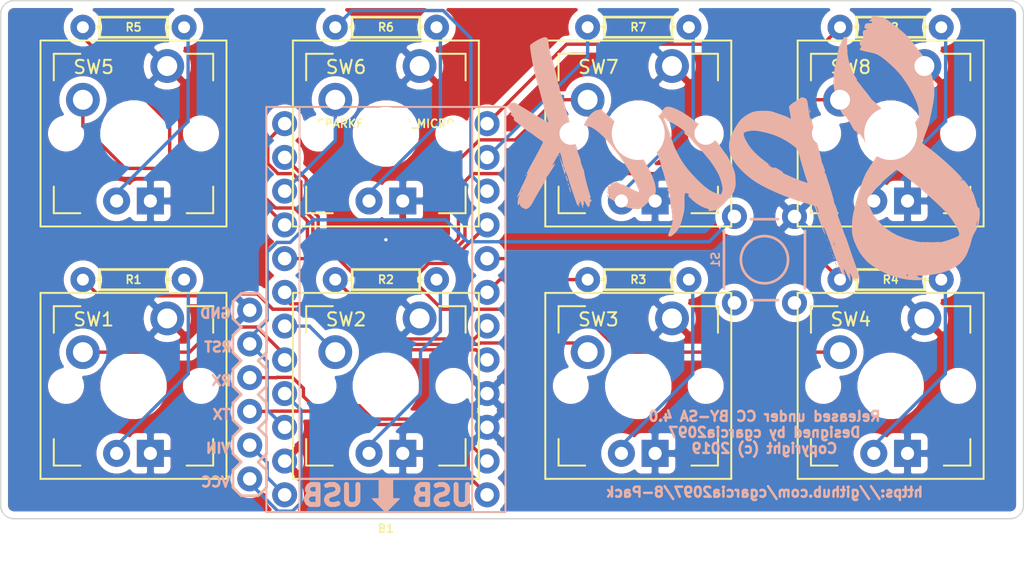
<source format=kicad_pcb>
(kicad_pcb (version 20171130) (host pcbnew 5.1.1-8be2ce7~80~ubuntu18.04.1)
  (layers (0 F.Cu signal) (31 B.Cu signal) (34 B.Paste user) (35 F.Paste user) (36 B.SilkS user) (37 F.SilkS user) (38 B.Mask user) (39 F.Mask user) (44 Edge.Cuts user))
  (net 0 "")
  (net 1 TX)
  (net 2 RX)
  (net 3 GND)
  (net 4 LED1)
  (net 5 LED2)
  (net 6 LED3)
  (net 7 LED4)
  (net 8 LED5)
  (net 9 LED6)
  (net 10 LED7)
  (net 11 LED8)
  (net 12 KEY8)
  (net 13 KEY7)
  (net 14 KEY6)
  (net 15 KEY5)
  (net 16 KEY4)
  (net 17 KEY3)
  (net 18 KEY2)
  (net 19 KEY1)
  (net 20 VCC)
  (net 21 RESET)
  (net 22 VIN)
  (net 23 "Net-(R1-PadP$2)")
  (net 24 "Net-(R2-PadP$2)")
  (net 25 "Net-(R3-PadP$2)")
  (net 26 "Net-(R4-PadP$2)")
  (net 27 "Net-(R5-PadP$2)")
  (net 28 "Net-(R6-PadP$2)")
  (net 29 "Net-(R7-PadP$2)")
  (net 30 "Net-(R8-PadP$2)")
  (module LOGO:logo_name (layer B.Cu) (at 173 77 180)
    (fp_text reference G*** hide)
    (fp_text value LOGO hide)
  )
  (module libkeyswitch-1_0_0:MX_LED (layer F.Cu) (at 128 76)
    (fp_text reference SW5 (at -3 -5) (layer F.SilkS))
    (fp_text value MOMENTARY-SWITCH-SPST-LED-PTH-CHERRY)
    (pad "" np_thru_hole circle (at 5.08 0) (size 1.7018 1.7018) (drill 1.7018) (layers *.Cu *.Mask))
    (pad "" np_thru_hole circle (at -5.08 0) (size 1.7018 1.7018) (drill 1.7018) (layers *.Cu *.Mask))
    (pad "" np_thru_hole circle (at 0 0) (size 3.9878 3.9878) (drill 3.9878) (layers *.Cu *.Mask))
    (pad S1 thru_hole circle (at -3.81 -2.54) (size 2.54 2.54) (drill 1.4986) (layers *.Cu *.Mask) (net 15 KEY5))
    (pad S2 thru_hole circle (at 2.54 -5.08) (size 2.54 2.54) (drill 1.4986) (layers *.Cu *.Mask) (net 3 GND))
    (pad K thru_hole rect (at 1.27 5.08) (size 2.032 2.032) (drill 0.9906) (layers *.Cu *.Mask) (net 3 GND))
    (pad A thru_hole circle (at -1.27 5.08) (size 2.032 2.032) (drill 0.9906) (layers *.Cu *.Mask) (net 27 "Net-(R5-PadP$2)"))
  )
  (module libkeyswitch-1_0_0:MX_LED (layer F.Cu) (at 147 76)
    (fp_text reference SW6 (at -3 -5) (layer F.SilkS))
    (fp_text value MOMENTARY-SWITCH-SPST-LED-PTH-CHERRY)
    (pad A thru_hole circle (at -1.27 5.08) (size 2.032 2.032) (drill 0.9906) (layers *.Cu *.Mask) (net 28 "Net-(R6-PadP$2)"))
    (pad K thru_hole rect (at 1.27 5.08) (size 2.032 2.032) (drill 0.9906) (layers *.Cu *.Mask) (net 3 GND))
    (pad S2 thru_hole circle (at 2.54 -5.08) (size 2.54 2.54) (drill 1.4986) (layers *.Cu *.Mask) (net 3 GND))
    (pad S1 thru_hole circle (at -3.81 -2.54) (size 2.54 2.54) (drill 1.4986) (layers *.Cu *.Mask) (net 14 KEY6))
    (pad "" np_thru_hole circle (at 0 0) (size 3.9878 3.9878) (drill 3.9878) (layers *.Cu *.Mask))
    (pad "" np_thru_hole circle (at -5.08 0) (size 1.7018 1.7018) (drill 1.7018) (layers *.Cu *.Mask))
    (pad "" np_thru_hole circle (at 5.08 0) (size 1.7018 1.7018) (drill 1.7018) (layers *.Cu *.Mask))
  )
  (module libkeyswitch-1_0_0:MX_LED (layer F.Cu) (at 166 76)
    (fp_text reference SW7 (at -3 -5) (layer F.SilkS))
    (fp_text value MOMENTARY-SWITCH-SPST-LED-PTH-CHERRY)
    (pad A thru_hole circle (at -1.27 5.08) (size 2.032 2.032) (drill 0.9906) (layers *.Cu *.Mask) (net 29 "Net-(R7-PadP$2)"))
    (pad K thru_hole rect (at 1.27 5.08) (size 2.032 2.032) (drill 0.9906) (layers *.Cu *.Mask) (net 3 GND))
    (pad S2 thru_hole circle (at 2.54 -5.08) (size 2.54 2.54) (drill 1.4986) (layers *.Cu *.Mask) (net 3 GND))
    (pad S1 thru_hole circle (at -3.81 -2.54) (size 2.54 2.54) (drill 1.4986) (layers *.Cu *.Mask) (net 13 KEY7))
    (pad "" np_thru_hole circle (at 0 0) (size 3.9878 3.9878) (drill 3.9878) (layers *.Cu *.Mask))
    (pad "" np_thru_hole circle (at -5.08 0) (size 1.7018 1.7018) (drill 1.7018) (layers *.Cu *.Mask))
    (pad "" np_thru_hole circle (at 5.08 0) (size 1.7018 1.7018) (drill 1.7018) (layers *.Cu *.Mask))
  )
  (module libkeyswitch-1_0_0:MX_LED (layer F.Cu) (at 185 76)
    (fp_text reference SW8 (at -3 -5) (layer F.SilkS))
    (fp_text value MOMENTARY-SWITCH-SPST-LED-PTH-CHERRY)
    (pad "" np_thru_hole circle (at 5.08 0) (size 1.7018 1.7018) (drill 1.7018) (layers *.Cu *.Mask))
    (pad "" np_thru_hole circle (at -5.08 0) (size 1.7018 1.7018) (drill 1.7018) (layers *.Cu *.Mask))
    (pad "" np_thru_hole circle (at 0 0) (size 3.9878 3.9878) (drill 3.9878) (layers *.Cu *.Mask))
    (pad S1 thru_hole circle (at -3.81 -2.54) (size 2.54 2.54) (drill 1.4986) (layers *.Cu *.Mask) (net 12 KEY8))
    (pad S2 thru_hole circle (at 2.54 -5.08) (size 2.54 2.54) (drill 1.4986) (layers *.Cu *.Mask) (net 3 GND))
    (pad K thru_hole rect (at 1.27 5.08) (size 2.032 2.032) (drill 0.9906) (layers *.Cu *.Mask) (net 3 GND))
    (pad A thru_hole circle (at -1.27 5.08) (size 2.032 2.032) (drill 0.9906) (layers *.Cu *.Mask) (net 30 "Net-(R8-PadP$2)"))
  )
  (module libkeyswitch-1_0_0:MX_LED (layer F.Cu) (at 128 95)
    (fp_text reference SW1 (at -3 -5) (layer F.SilkS))
    (fp_text value MOMENTARY-SWITCH-SPST-LED-PTH-CHERRY)
    (pad "" np_thru_hole circle (at 5.08 0) (size 1.7018 1.7018) (drill 1.7018) (layers *.Cu *.Mask))
    (pad "" np_thru_hole circle (at -5.08 0) (size 1.7018 1.7018) (drill 1.7018) (layers *.Cu *.Mask))
    (pad "" np_thru_hole circle (at 0 0) (size 3.9878 3.9878) (drill 3.9878) (layers *.Cu *.Mask))
    (pad S1 thru_hole circle (at -3.81 -2.54) (size 2.54 2.54) (drill 1.4986) (layers *.Cu *.Mask) (net 19 KEY1))
    (pad S2 thru_hole circle (at 2.54 -5.08) (size 2.54 2.54) (drill 1.4986) (layers *.Cu *.Mask) (net 3 GND))
    (pad K thru_hole rect (at 1.27 5.08) (size 2.032 2.032) (drill 0.9906) (layers *.Cu *.Mask) (net 3 GND))
    (pad A thru_hole circle (at -1.27 5.08) (size 2.032 2.032) (drill 0.9906) (layers *.Cu *.Mask) (net 23 "Net-(R1-PadP$2)"))
  )
  (module libkeyswitch-1_0_0:MX_LED (layer F.Cu) (at 166 95)
    (fp_text reference SW3 (at -3 -5) (layer F.SilkS))
    (fp_text value MOMENTARY-SWITCH-SPST-LED-PTH-CHERRY)
    (pad A thru_hole circle (at -1.27 5.08) (size 2.032 2.032) (drill 0.9906) (layers *.Cu *.Mask) (net 25 "Net-(R3-PadP$2)"))
    (pad K thru_hole rect (at 1.27 5.08) (size 2.032 2.032) (drill 0.9906) (layers *.Cu *.Mask) (net 3 GND))
    (pad S2 thru_hole circle (at 2.54 -5.08) (size 2.54 2.54) (drill 1.4986) (layers *.Cu *.Mask) (net 3 GND))
    (pad S1 thru_hole circle (at -3.81 -2.54) (size 2.54 2.54) (drill 1.4986) (layers *.Cu *.Mask) (net 17 KEY3))
    (pad "" np_thru_hole circle (at 0 0) (size 3.9878 3.9878) (drill 3.9878) (layers *.Cu *.Mask))
    (pad "" np_thru_hole circle (at -5.08 0) (size 1.7018 1.7018) (drill 1.7018) (layers *.Cu *.Mask))
    (pad "" np_thru_hole circle (at 5.08 0) (size 1.7018 1.7018) (drill 1.7018) (layers *.Cu *.Mask))
  )
  (module libkeyswitch-1_0_0:MX_LED (layer F.Cu) (at 185 95)
    (fp_text reference SW4 (at -3 -5) (layer F.SilkS))
    (fp_text value MOMENTARY-SWITCH-SPST-LED-PTH-CHERRY)
    (pad A thru_hole circle (at -1.27 5.08) (size 2.032 2.032) (drill 0.9906) (layers *.Cu *.Mask) (net 26 "Net-(R4-PadP$2)"))
    (pad K thru_hole rect (at 1.27 5.08) (size 2.032 2.032) (drill 0.9906) (layers *.Cu *.Mask) (net 3 GND))
    (pad S2 thru_hole circle (at 2.54 -5.08) (size 2.54 2.54) (drill 1.4986) (layers *.Cu *.Mask) (net 3 GND))
    (pad S1 thru_hole circle (at -3.81 -2.54) (size 2.54 2.54) (drill 1.4986) (layers *.Cu *.Mask) (net 16 KEY4))
    (pad "" np_thru_hole circle (at 0 0) (size 3.9878 3.9878) (drill 3.9878) (layers *.Cu *.Mask))
    (pad "" np_thru_hole circle (at -5.08 0) (size 1.7018 1.7018) (drill 1.7018) (layers *.Cu *.Mask))
    (pad "" np_thru_hole circle (at 5.08 0) (size 1.7018 1.7018) (drill 1.7018) (layers *.Cu *.Mask))
  )
  (module Boards:SPARKFUN_PRO_MICRO (layer F.Cu) (at 147 90.5 180)
    (fp_text reference B1 (at 0 -15.24) (layer F.SilkS) (effects (font (size 0.6096 0.6096) (thickness 0.127))))
    (fp_text value SPARKFUN_PRO_MICRO (at 0 15.24) (layer F.SilkS) (effects (font (size 0.6096 0.6096) (thickness 0.127))))
    (pad 1 thru_hole circle (at -7.62 -12.7 180) (size 1.8796 1.8796) (drill 1.016) (layers *.Cu *.Mask) (net 1 TX))
    (pad 2 thru_hole circle (at -7.62 -10.16 180) (size 1.8796 1.8796) (drill 1.016) (layers *.Cu *.Mask) (net 2 RX))
    (pad 3 thru_hole circle (at -7.62 -7.62 180) (size 1.8796 1.8796) (drill 1.016) (layers *.Cu *.Mask) (net 3 GND))
    (pad 4 thru_hole circle (at -7.62 -5.08 180) (size 1.8796 1.8796) (drill 1.016) (layers *.Cu *.Mask) (net 3 GND))
    (pad 5 thru_hole circle (at -7.62 -2.54 180) (size 1.8796 1.8796) (drill 1.016) (layers *.Cu *.Mask) (net 4 LED1))
    (pad 6 thru_hole circle (at -7.62 0 180) (size 1.8796 1.8796) (drill 1.016) (layers *.Cu *.Mask) (net 5 LED2))
    (pad 7 thru_hole circle (at -7.62 2.54 180) (size 1.8796 1.8796) (drill 1.016) (layers *.Cu *.Mask) (net 6 LED3))
    (pad 8 thru_hole circle (at -7.62 5.08 180) (size 1.8796 1.8796) (drill 1.016) (layers *.Cu *.Mask) (net 7 LED4))
    (pad 9 thru_hole circle (at -7.62 7.62 180) (size 1.8796 1.8796) (drill 1.016) (layers *.Cu *.Mask) (net 8 LED5))
    (pad 10 thru_hole circle (at -7.62 10.16 180) (size 1.8796 1.8796) (drill 1.016) (layers *.Cu *.Mask) (net 9 LED6))
    (pad 11 thru_hole circle (at -7.62 12.7 180) (size 1.8796 1.8796) (drill 1.016) (layers *.Cu *.Mask) (net 10 LED7))
    (pad 12 thru_hole circle (at -7.62 15.24 180) (size 1.8796 1.8796) (drill 1.016) (layers *.Cu *.Mask) (net 11 LED8))
    (pad 13 thru_hole circle (at 7.62 15.24 180) (size 1.8796 1.8796) (drill 1.016) (layers *.Cu *.Mask) (net 12 KEY8))
    (pad 14 thru_hole circle (at 7.62 12.7 180) (size 1.8796 1.8796) (drill 1.016) (layers *.Cu *.Mask) (net 13 KEY7))
    (pad 15 thru_hole circle (at 7.62 10.16 180) (size 1.8796 1.8796) (drill 1.016) (layers *.Cu *.Mask) (net 14 KEY6))
    (pad 16 thru_hole circle (at 7.62 7.62 180) (size 1.8796 1.8796) (drill 1.016) (layers *.Cu *.Mask) (net 15 KEY5))
    (pad 17 thru_hole circle (at 7.62 5.08 180) (size 1.8796 1.8796) (drill 1.016) (layers *.Cu *.Mask) (net 16 KEY4))
    (pad 18 thru_hole circle (at 7.62 2.54 180) (size 1.8796 1.8796) (drill 1.016) (layers *.Cu *.Mask) (net 17 KEY3))
    (pad 19 thru_hole circle (at 7.62 0 180) (size 1.8796 1.8796) (drill 1.016) (layers *.Cu *.Mask) (net 18 KEY2))
    (pad 20 thru_hole circle (at 7.62 -2.54 180) (size 1.8796 1.8796) (drill 1.016) (layers *.Cu *.Mask) (net 19 KEY1))
    (pad 21 thru_hole circle (at 7.62 -5.08 180) (size 1.8796 1.8796) (drill 1.016) (layers *.Cu *.Mask) (net 20 VCC))
    (pad 22 thru_hole circle (at 7.62 -7.62 180) (size 1.8796 1.8796) (drill 1.016) (layers *.Cu *.Mask) (net 21 RESET))
    (pad 23 thru_hole circle (at 7.62 -10.16 180) (size 1.8796 1.8796) (drill 1.016) (layers *.Cu *.Mask) (net 3 GND))
    (pad 24 thru_hole circle (at 7.62 -12.7 180) (size 1.8796 1.8796) (drill 1.016) (layers *.Cu *.Mask) (net 22 VIN))
  )
  (module Connectors:1X06 (layer B.Cu) (at 136.75 102 90)
    (fp_text reference J1 hide)
    (fp_text value CONN_06NO_SILK_FEMALE_PTH hide)
    (pad 1 thru_hole circle (at 0 0 90) (size 1.8796 1.8796) (drill 1.016) (layers *.Cu *.Mask) (net 20 VCC))
    (pad 2 thru_hole circle (at 2.54 0 90) (size 1.8796 1.8796) (drill 1.016) (layers *.Cu *.Mask) (net 22 VIN))
    (pad 3 thru_hole circle (at 5.08 0 90) (size 1.8796 1.8796) (drill 1.016) (layers *.Cu *.Mask) (net 1 TX))
    (pad 4 thru_hole circle (at 7.62 0 90) (size 1.8796 1.8796) (drill 1.016) (layers *.Cu *.Mask) (net 2 RX))
    (pad 5 thru_hole circle (at 10.16 0 90) (size 1.8796 1.8796) (drill 1.016) (layers *.Cu *.Mask) (net 21 RESET))
    (pad 6 thru_hole circle (at 12.7 0 90) (size 1.8796 1.8796) (drill 1.016) (layers *.Cu *.Mask) (net 3 GND))
  )
  (module Resistors:AXIAL-0.3 (layer F.Cu) (at 128 87)
    (fp_text reference R1 (at 0 0) (layer F.SilkS) (effects (font (size 0.6096 0.6096) (thickness 0.127))))
    (fp_text value RESISTORAXIAL-0.3 hide)
    (pad P$1 thru_hole circle (at -3.81 0) (size 1.8796 1.8796) (drill 0.89916) (layers *.Cu *.Mask) (net 4 LED1))
    (pad P$2 thru_hole circle (at 3.81 0) (size 1.8796 1.8796) (drill 0.89916) (layers *.Cu *.Mask) (net 23 "Net-(R1-PadP$2)"))
  )
  (module Resistors:AXIAL-0.3 (layer F.Cu) (at 147 87)
    (fp_text reference R2 (at 0 0) (layer F.SilkS) (effects (font (size 0.6096 0.6096) (thickness 0.127))))
    (fp_text value RESISTORAXIAL-0.3 hide)
    (pad P$1 thru_hole circle (at -3.81 0) (size 1.8796 1.8796) (drill 0.89916) (layers *.Cu *.Mask) (net 5 LED2))
    (pad P$2 thru_hole circle (at 3.81 0) (size 1.8796 1.8796) (drill 0.89916) (layers *.Cu *.Mask) (net 24 "Net-(R2-PadP$2)"))
  )
  (module Resistors:AXIAL-0.3 (layer F.Cu) (at 166 87)
    (fp_text reference R3 (at 0 0) (layer F.SilkS) (effects (font (size 0.6096 0.6096) (thickness 0.127))))
    (fp_text value RESISTORAXIAL-0.3 hide)
    (pad P$2 thru_hole circle (at 3.81 0) (size 1.8796 1.8796) (drill 0.89916) (layers *.Cu *.Mask) (net 25 "Net-(R3-PadP$2)"))
    (pad P$1 thru_hole circle (at -3.81 0) (size 1.8796 1.8796) (drill 0.89916) (layers *.Cu *.Mask) (net 6 LED3))
  )
  (module Resistors:AXIAL-0.3 (layer F.Cu) (at 185 87)
    (fp_text reference R4 (at 0 0) (layer F.SilkS) (effects (font (size 0.6096 0.6096) (thickness 0.127))))
    (fp_text value RESISTORAXIAL-0.3 hide)
    (pad P$1 thru_hole circle (at -3.81 0) (size 1.8796 1.8796) (drill 0.89916) (layers *.Cu *.Mask) (net 7 LED4))
    (pad P$2 thru_hole circle (at 3.81 0) (size 1.8796 1.8796) (drill 0.89916) (layers *.Cu *.Mask) (net 26 "Net-(R4-PadP$2)"))
  )
  (module Resistors:AXIAL-0.3 (layer F.Cu) (at 128 68)
    (fp_text reference R5 (at 0 0) (layer F.SilkS) (effects (font (size 0.6096 0.6096) (thickness 0.127))))
    (fp_text value RESISTORAXIAL-0.3 hide)
    (pad P$1 thru_hole circle (at -3.81 0) (size 1.8796 1.8796) (drill 0.89916) (layers *.Cu *.Mask) (net 8 LED5))
    (pad P$2 thru_hole circle (at 3.81 0) (size 1.8796 1.8796) (drill 0.89916) (layers *.Cu *.Mask) (net 27 "Net-(R5-PadP$2)"))
  )
  (module Resistors:AXIAL-0.3 (layer F.Cu) (at 147 68)
    (fp_text reference R6 (at 0 0) (layer F.SilkS) (effects (font (size 0.6096 0.6096) (thickness 0.127))))
    (fp_text value RESISTORAXIAL-0.3 hide)
    (pad P$2 thru_hole circle (at 3.81 0) (size 1.8796 1.8796) (drill 0.89916) (layers *.Cu *.Mask) (net 28 "Net-(R6-PadP$2)"))
    (pad P$1 thru_hole circle (at -3.81 0) (size 1.8796 1.8796) (drill 0.89916) (layers *.Cu *.Mask) (net 9 LED6))
  )
  (module Resistors:AXIAL-0.3 (layer F.Cu) (at 166 68)
    (fp_text reference R7 (at 0 0) (layer F.SilkS) (effects (font (size 0.6096 0.6096) (thickness 0.127))))
    (fp_text value RESISTORAXIAL-0.3 hide)
    (pad P$2 thru_hole circle (at 3.81 0) (size 1.8796 1.8796) (drill 0.89916) (layers *.Cu *.Mask) (net 29 "Net-(R7-PadP$2)"))
    (pad P$1 thru_hole circle (at -3.81 0) (size 1.8796 1.8796) (drill 0.89916) (layers *.Cu *.Mask) (net 10 LED7))
  )
  (module Resistors:AXIAL-0.3 (layer F.Cu) (at 185 68)
    (fp_text reference R8 (at 0 0) (layer F.SilkS) (effects (font (size 0.6096 0.6096) (thickness 0.127))))
    (fp_text value RESISTORAXIAL-0.3 hide)
    (pad P$2 thru_hole circle (at 3.81 0) (size 1.8796 1.8796) (drill 0.89916) (layers *.Cu *.Mask) (net 30 "Net-(R8-PadP$2)"))
    (pad P$1 thru_hole circle (at -3.81 0) (size 1.8796 1.8796) (drill 0.89916) (layers *.Cu *.Mask) (net 11 LED8))
  )
  (module Switches:TACTILE_SWITCH_PTH_6.0MM (layer B.Cu) (at 175.5 85.5 270)
    (fp_text reference S1 (at 0 3.683 270) (layer B.SilkS) (effects (font (size 0.6096 0.6096) (thickness 0.127)) (justify mirror)))
    (fp_text value MOMENTARY-SWITCH-SPST-PTH-6.0MM hide)
    (pad 1 thru_hole circle (at -3.2512 2.2606 270) (size 1.8796 1.8796) (drill 1.016) (layers *.Cu *.Mask) (net 21 RESET))
    (pad 2 thru_hole circle (at 3.2512 2.2606 270) (size 1.8796 1.8796) (drill 1.016) (layers *.Cu *.Mask))
    (pad 3 thru_hole circle (at -3.2512 -2.2606 270) (size 1.8796 1.8796) (drill 1.016) (layers *.Cu *.Mask) (net 3 GND))
    (pad 4 thru_hole circle (at 3.2512 -2.2606 270) (size 1.8796 1.8796) (drill 1.016) (layers *.Cu *.Mask))
  )
  (module libkeyswitch-1_0_0:MX_LED (layer F.Cu) (at 147 95)
    (fp_text reference SW2 (at -3 -5) (layer F.SilkS))
    (fp_text value MOMENTARY-SWITCH-SPST-LED-PTH-CHERRY)
    (pad "" np_thru_hole circle (at 5.08 0) (size 1.7018 1.7018) (drill 1.7018) (layers *.Cu *.Mask))
    (pad "" np_thru_hole circle (at -5.08 0) (size 1.7018 1.7018) (drill 1.7018) (layers *.Cu *.Mask))
    (pad "" np_thru_hole circle (at 0 0) (size 3.9878 3.9878) (drill 3.9878) (layers *.Cu *.Mask))
    (pad S1 thru_hole circle (at -3.81 -2.54) (size 2.54 2.54) (drill 1.4986) (layers *.Cu *.Mask) (net 18 KEY2))
    (pad S2 thru_hole circle (at 2.54 -5.08) (size 2.54 2.54) (drill 1.4986) (layers *.Cu *.Mask) (net 3 GND))
    (pad K thru_hole rect (at 1.27 5.08) (size 2.032 2.032) (drill 0.9906) (layers *.Cu *.Mask) (net 3 GND))
    (pad A thru_hole circle (at -1.27 5.08) (size 2.032 2.032) (drill 0.9906) (layers *.Cu *.Mask) (net 24 "Net-(R2-PadP$2)"))
  )
  (gr_text https://github.com/cgarcia2097/8-Pack (at 175.5 103) (layer B.SilkS) (effects (font (size 0.75 0.75) (thickness 0.1875)) (justify mirror)))
  (gr_text "Released under CC BY-SA 4.0\nDesigned by cgarcia2097\nCopyright (c) 2019" (at 175.5 98.5) (layer B.SilkS) (effects (font (size 0.75 0.75) (thickness 0.1875)) (justify mirror)))
  (gr_poly (pts (xy 146.5 102) (xy 146.5 103.5) (xy 146 103.5) (xy 147 104.5) (xy 148 103.5) (xy 147.5 103.5) (xy 147.5 102)) (layer B.SilkS) (width 0.1))
  (gr_text USB (at 151.25 103.25) (layer B.SilkS) (effects (font (size 1.5 1.5) (thickness 0.375)) (justify mirror)))
  (gr_text USB (at 143 103.25) (layer B.SilkS) (effects (font (size 1.5 1.5) (thickness 0.375)) (justify mirror)))
  (gr_line (start 140.5 102) (end 153.5 102) (layer B.SilkS) (width 0.15))
  (gr_line (start 153.5 74) (end 153.5 104.5) (layer B.SilkS) (width 0.15))
  (gr_line (start 140.5 104.5) (end 140.5 74) (layer B.SilkS) (width 0.15))
  (gr_line (start 138 104.5) (end 156 104.5) (layer B.SilkS) (width 0.15))
  (gr_line (start 138 74) (end 138 104.5) (layer B.SilkS) (width 0.15))
  (gr_line (start 156 74) (end 138 74) (layer B.SilkS) (width 0.15))
  (gr_line (start 156 104.5) (end 156 74) (layer B.SilkS) (width 0.15))
  (gr_text GND (at 134.1755 89.535) (layer B.SilkS) (effects (font (size 0.75 0.75) (thickness 0.1875)) (justify mirror)))
  (gr_text RST (at 134.366 92.075) (layer B.SilkS) (effects (font (size 0.75 0.75) (thickness 0.1875)) (justify mirror)))
  (gr_text RX (at 134.62 94.615) (layer B.SilkS) (effects (font (size 0.75 0.75) (thickness 0.1875)) (justify mirror)))
  (gr_text "TX\n" (at 134.62 97.155) (layer B.SilkS) (effects (font (size 0.75 0.75) (thickness 0.1875)) (justify mirror)))
  (gr_text "VIN\n" (at 134.366 99.695) (layer B.SilkS) (effects (font (size 0.75 0.75) (thickness 0.1875)) (justify mirror)))
  (gr_text VCC (at 134.1755 102.235) (layer B.SilkS) (effects (font (size 0.75 0.75) (thickness 0.1875)) (justify mirror)))
  (gr_arc (start 194 104) (end 194 105) (angle -90) (layer Edge.Cuts) (width 0.1))
  (gr_arc (start 119 104) (end 118 104) (angle -90) (layer Edge.Cuts) (width 0.1))
  (gr_arc (start 119 67) (end 119 66) (angle -90) (layer Edge.Cuts) (width 0.1))
  (gr_arc (start 194 67) (end 195 67) (angle -90) (layer Edge.Cuts) (width 0.1))
  (gr_line (start 118 104) (end 118 67) (layer Edge.Cuts) (width 0.1))
  (gr_line (start 194 105) (end 119 105) (layer Edge.Cuts) (width 0.1))
  (gr_line (start 195 67) (end 195 104) (layer Edge.Cuts) (width 0.1))
  (gr_line (start 119 66) (end 194 66) (layer Edge.Cuts) (width 0.1))
  (segment (start 138.381598 96.92) (end 138.400799 96.900799) (width 0.254) (layer F.Cu) (net 1))
  (segment (start 138.400799 96.900799) (end 144.826049 96.900799) (width 0.254) (layer F.Cu) (net 1))
  (segment (start 144.826049 96.900799) (end 145.83166 97.90641) (width 0.254) (layer F.Cu) (net 1))
  (segment (start 136.75 96.92) (end 138.381598 96.92) (width 0.254) (layer F.Cu) (net 1))
  (segment (start 145.83166 97.90641) (end 151.29166 97.90641) (width 0.254) (layer F.Cu) (net 1))
  (segment (start 151.29166 97.90641) (end 153.192625 99.807375) (width 0.254) (layer F.Cu) (net 1))
  (segment (start 153.192625 101.772625) (end 153.71 102.29) (width 0.254) (layer F.Cu) (net 1))
  (segment (start 153.192625 99.807375) (end 153.192625 101.772625) (width 0.254) (layer F.Cu) (net 1))
  (segment (start 153.71 102.29) (end 154.62 103.2) (width 0.254) (layer F.Cu) (net 1))
  (segment (start 151.46 97.5) (end 154.62 100.66) (width 0.254) (layer F.Cu) (net 2))
  (segment (start 146 97.5) (end 151.46 97.5) (width 0.254) (layer F.Cu) (net 2))
  (segment (start 144.994389 96.494389) (end 146 97.5) (width 0.254) (layer F.Cu) (net 2))
  (segment (start 138.775582 94.38) (end 138.794783 94.360799) (width 0.254) (layer F.Cu) (net 2))
  (segment (start 141.494389 96.494389) (end 144.994389 96.494389) (width 0.254) (layer F.Cu) (net 2))
  (segment (start 138.794783 94.360799) (end 139.965217 94.360799) (width 0.254) (layer F.Cu) (net 2))
  (segment (start 139.965217 94.360799) (end 140.789699 95.185281) (width 0.254) (layer F.Cu) (net 2))
  (segment (start 136.75 94.38) (end 138.775582 94.38) (width 0.254) (layer F.Cu) (net 2))
  (segment (start 140.789699 95.185281) (end 140.789699 95.789699) (width 0.254) (layer F.Cu) (net 2))
  (segment (start 140.789699 95.789699) (end 141.494389 96.494389) (width 0.254) (layer F.Cu) (net 2))
  (via (at 147 84) (size 0.508) (drill 0.254) (layers F.Cu B.Cu) (net 3))
  (segment (start 153.78222 92.28222) (end 154.54 93.04) (width 0.254) (layer F.Cu) (net 4))
  (segment (start 144.2704 89.2299) (end 147.32272 92.28222) (width 0.254) (layer F.Cu) (net 4))
  (segment (start 125.409201 88.219201) (end 135.780799 88.219201) (width 0.254) (layer F.Cu) (net 4))
  (segment (start 147.32272 92.28222) (end 153.78222 92.28222) (width 0.254) (layer F.Cu) (net 4))
  (segment (start 124.19 87) (end 125.409201 88.219201) (width 0.254) (layer F.Cu) (net 4))
  (segment (start 135.9236 88.0764) (end 137.333 88.0764) (width 0.254) (layer F.Cu) (net 4))
  (segment (start 154.54 93.04) (end 154.62 93.04) (width 0.254) (layer F.Cu) (net 4))
  (segment (start 137.333 88.0764) (end 138.4865 89.2299) (width 0.254) (layer F.Cu) (net 4))
  (segment (start 135.780799 88.219201) (end 135.9236 88.0764) (width 0.254) (layer F.Cu) (net 4))
  (segment (start 138.4865 89.2299) (end 144.2704 89.2299) (width 0.254) (layer F.Cu) (net 4))
  (segment (start 144.129799 87.939799) (end 143.19 87) (width 0.254) (layer F.Cu) (net 5))
  (segment (start 147.659401 91.469401) (end 144.129799 87.939799) (width 0.254) (layer F.Cu) (net 5))
  (segment (start 153.650599 91.469401) (end 147.659401 91.469401) (width 0.254) (layer F.Cu) (net 5))
  (segment (start 154.62 90.5) (end 153.650599 91.469401) (width 0.254) (layer F.Cu) (net 5))
  (segment (start 162.19 87) (end 155.58 87) (width 0.254) (layer F.Cu) (net 6))
  (segment (start 155.58 87) (end 154.62 87.96) (width 0.254) (layer F.Cu) (net 6))
  (segment (start 181.19 87) (end 179.61 85.42) (width 0.254) (layer F.Cu) (net 7))
  (segment (start 179.61 85.42) (end 154.62 85.42) (width 0.254) (layer F.Cu) (net 7))
  (segment (start 151.719201 85.780799) (end 154.62 82.88) (width 0.254) (layer F.Cu) (net 8))
  (segment (start 131.76639 78.76639) (end 135.84114 78.76639) (width 0.254) (layer F.Cu) (net 8))
  (segment (start 130.72415 75.27585) (end 130.72415 77.72415) (width 0.254) (layer F.Cu) (net 8))
  (segment (start 124.19 68.7417) (end 130.72415 75.27585) (width 0.254) (layer F.Cu) (net 8))
  (segment (start 135.84114 78.76639) (end 136.0371 78.96235) (width 0.254) (layer F.Cu) (net 8))
  (segment (start 145.291749 86.722583) (end 149.277417 86.722583) (width 0.254) (layer F.Cu) (net 8))
  (segment (start 124.19 68) (end 124.19 68.7417) (width 0.254) (layer F.Cu) (net 8))
  (segment (start 141.093591 82.593591) (end 141.093591 84.168341) (width 0.254) (layer F.Cu) (net 8))
  (segment (start 136.0371 78.96235) (end 136.03765 78.96235) (width 0.254) (layer F.Cu) (net 8))
  (segment (start 143.569168 85) (end 145.291749 86.722583) (width 0.254) (layer F.Cu) (net 8))
  (segment (start 136.03765 78.96235) (end 138.6853 81.61) (width 0.254) (layer F.Cu) (net 8))
  (segment (start 138.6853 81.61) (end 140.11 81.61) (width 0.254) (layer F.Cu) (net 8))
  (segment (start 140.11 81.61) (end 141.093591 82.593591) (width 0.254) (layer F.Cu) (net 8))
  (segment (start 141.093591 84.168341) (end 141.92525 85) (width 0.254) (layer F.Cu) (net 8))
  (segment (start 130.72415 77.72415) (end 131.76639 78.76639) (width 0.254) (layer F.Cu) (net 8))
  (segment (start 141.92525 85) (end 143.569168 85) (width 0.254) (layer F.Cu) (net 8))
  (segment (start 150.219201 85.780799) (end 151.719201 85.780799) (width 0.254) (layer F.Cu) (net 8))
  (segment (start 149.277417 86.722583) (end 150.219201 85.780799) (width 0.254) (layer F.Cu) (net 8))
  (segment (start 154.62 80.34) (end 153.4004 79.1204) (width 0.254) (layer B.Cu) (net 9))
  (segment (start 153.4004 79.1204) (end 153.4004 68.8232) (width 0.254) (layer B.Cu) (net 9))
  (segment (start 153.4004 68.8232) (end 151.3203 66.7431) (width 0.254) (layer B.Cu) (net 9))
  (segment (start 151.3203 66.7431) (end 144.4469 66.7431) (width 0.254) (layer B.Cu) (net 9))
  (segment (start 144.4469 66.7431) (end 143.19 68) (width 0.254) (layer B.Cu) (net 9))
  (segment (start 162.19 68) (end 162.19 70.23) (width 0.254) (layer B.Cu) (net 10))
  (segment (start 162.19 70.23) (end 154.62 77.8) (width 0.254) (layer B.Cu) (net 10))
  (segment (start 181.19 68) (end 179.9131 69.2769) (width 0.254) (layer F.Cu) (net 11))
  (segment (start 179.9131 69.2769) (end 160.6031 69.2769) (width 0.254) (layer F.Cu) (net 11))
  (segment (start 160.6031 69.2769) (end 154.62 75.26) (width 0.254) (layer F.Cu) (net 11))
  (segment (start 171.6948 79.0197) (end 177.2545 73.46) (width 0.254) (layer F.Cu) (net 12))
  (segment (start 177.2545 73.46) (end 181.19 73.46) (width 0.254) (layer F.Cu) (net 12))
  (segment (start 152.951659 79.587741) (end 153.5197 79.0197) (width 0.254) (layer F.Cu) (net 12))
  (segment (start 139.9803 79.0197) (end 140.599201 79.638601) (width 0.254) (layer F.Cu) (net 12))
  (segment (start 153.5197 79.0197) (end 171.6948 79.0197) (width 0.254) (layer F.Cu) (net 12))
  (segment (start 138.1104 76.5296) (end 138.1104 78.2575) (width 0.254) (layer F.Cu) (net 12))
  (segment (start 141.5 82.42525) (end 141.5 84) (width 0.254) (layer F.Cu) (net 12))
  (segment (start 140.599201 79.638601) (end 140.599201 81.524451) (width 0.254) (layer F.Cu) (net 12))
  (segment (start 138.1104 78.2575) (end 138.8726 79.0197) (width 0.254) (layer F.Cu) (net 12))
  (segment (start 138.8726 79.0197) (end 139.9803 79.0197) (width 0.254) (layer F.Cu) (net 12))
  (segment (start 139.38 75.26) (end 138.1104 76.5296) (width 0.254) (layer F.Cu) (net 12))
  (segment (start 140.599201 81.524451) (end 141.5 82.42525) (width 0.254) (layer F.Cu) (net 12))
  (segment (start 151.550861 85.374389) (end 152.951659 83.973591) (width 0.254) (layer F.Cu) (net 12))
  (segment (start 141.5 84) (end 142.09359 84.59359) (width 0.254) (layer F.Cu) (net 12))
  (segment (start 143.737508 84.59359) (end 145.460089 86.316173) (width 0.254) (layer F.Cu) (net 12))
  (segment (start 142.09359 84.59359) (end 143.737508 84.59359) (width 0.254) (layer F.Cu) (net 12))
  (segment (start 145.460089 86.316173) (end 149.109077 86.316173) (width 0.254) (layer F.Cu) (net 12))
  (segment (start 149.109077 86.316173) (end 150.050861 85.374389) (width 0.254) (layer F.Cu) (net 12))
  (segment (start 150.050861 85.374389) (end 151.550861 85.374389) (width 0.254) (layer F.Cu) (net 12))
  (segment (start 152.951659 83.973591) (end 152.951659 79.587741) (width 0.254) (layer F.Cu) (net 12))
  (segment (start 159.779 73.46) (end 162.19 73.46) (width 0.254) (layer F.Cu) (net 13))
  (segment (start 141.906409 82.256909) (end 141.90641 83.83166) (width 0.254) (layer F.Cu) (net 13))
  (segment (start 141.005611 79.425611) (end 141.005611 81.356111) (width 0.254) (layer F.Cu) (net 13))
  (segment (start 142.227346 84.152596) (end 143.871264 84.152596) (width 0.254) (layer F.Cu) (net 13))
  (segment (start 139.38 77.8) (end 141.005611 79.425611) (width 0.254) (layer F.Cu) (net 13))
  (segment (start 141.005611 81.356111) (end 141.906409 82.256909) (width 0.254) (layer F.Cu) (net 13))
  (segment (start 141.90641 83.83166) (end 142.227346 84.152596) (width 0.254) (layer F.Cu) (net 13))
  (segment (start 151.382521 84.967979) (end 152.462625 83.887875) (width 0.254) (layer F.Cu) (net 13))
  (segment (start 143.871264 84.152596) (end 145.628429 85.909763) (width 0.254) (layer F.Cu) (net 13))
  (segment (start 153.26555 77.26555) (end 154.0515 76.4796) (width 0.254) (layer F.Cu) (net 13))
  (segment (start 145.628429 85.909763) (end 148.940737 85.909763) (width 0.254) (layer F.Cu) (net 13))
  (segment (start 148.940737 85.909763) (end 149.882521 84.967979) (width 0.254) (layer F.Cu) (net 13))
  (segment (start 149.882521 84.967979) (end 151.382521 84.967979) (width 0.254) (layer F.Cu) (net 13))
  (segment (start 154.0515 76.4796) (end 156.7594 76.4796) (width 0.254) (layer F.Cu) (net 13))
  (segment (start 152.462625 83.887875) (end 152.462625 78.037375) (width 0.254) (layer F.Cu) (net 13))
  (segment (start 156.7594 76.4796) (end 159.779 73.46) (width 0.254) (layer F.Cu) (net 13))
  (segment (start 152.462625 78.037375) (end 153.23445 77.26555) (width 0.254) (layer F.Cu) (net 13))
  (segment (start 153.23445 77.26555) (end 153.26555 77.26555) (width 0.254) (layer F.Cu) (net 13))
  (segment (start 143.19 73.46) (end 143.19 76.53) (width 0.254) (layer B.Cu) (net 14))
  (segment (start 143.19 76.53) (end 139.38 80.34) (width 0.254) (layer B.Cu) (net 14))
  (segment (start 135.6728 79.1728) (end 139.38 82.88) (width 0.254) (layer F.Cu) (net 15))
  (segment (start 131.59805 79.1728) (end 135.6728 79.1728) (width 0.254) (layer F.Cu) (net 15))
  (segment (start 127.37455 78.62545) (end 131.0507 78.62545) (width 0.254) (layer F.Cu) (net 15))
  (segment (start 131.0507 78.62545) (end 131.59805 79.1728) (width 0.254) (layer F.Cu) (net 15))
  (segment (start 124.19 75.4409) (end 127.37455 78.62545) (width 0.254) (layer F.Cu) (net 15))
  (segment (start 124.19 73.46) (end 124.19 75.4409) (width 0.254) (layer F.Cu) (net 15))
  (segment (start 164.6771 92.46) (end 181.19 92.46) (width 0.254) (layer F.Cu) (net 16))
  (segment (start 139.38 85.42) (end 143.414418 85.42) (width 0.254) (layer F.Cu) (net 16))
  (segment (start 143.414418 85.42) (end 145.123409 87.128993) (width 0.254) (layer F.Cu) (net 16))
  (segment (start 149.128993 87.128993) (end 151.23 89.23) (width 0.254) (layer F.Cu) (net 16))
  (segment (start 151.23 89.23) (end 161.4471 89.23) (width 0.254) (layer F.Cu) (net 16))
  (segment (start 145.123409 87.128993) (end 149.128993 87.128993) (width 0.254) (layer F.Cu) (net 16))
  (segment (start 161.4471 89.23) (end 164.6771 92.46) (width 0.254) (layer F.Cu) (net 16))
  (segment (start 154.085482 91.7701) (end 161.5001 91.7701) (width 0.254) (layer F.Cu) (net 17))
  (segment (start 139.82349 88.82349) (end 144.43874 88.82349) (width 0.254) (layer F.Cu) (net 17))
  (segment (start 161.5001 91.7701) (end 162.19 92.46) (width 0.254) (layer F.Cu) (net 17))
  (segment (start 153.979771 91.875811) (end 154.085482 91.7701) (width 0.254) (layer F.Cu) (net 17))
  (segment (start 139.38 87.96) (end 139.38 88.38) (width 0.254) (layer F.Cu) (net 17))
  (segment (start 139.38 88.38) (end 139.82349 88.82349) (width 0.254) (layer F.Cu) (net 17))
  (segment (start 144.43874 88.82349) (end 147.491061 91.875811) (width 0.254) (layer F.Cu) (net 17))
  (segment (start 147.491061 91.875811) (end 153.979771 91.875811) (width 0.254) (layer F.Cu) (net 17))
  (segment (start 143.19 92.46) (end 141.23 90.5) (width 0.254) (layer B.Cu) (net 18))
  (segment (start 141.23 90.5) (end 139.38 90.5) (width 0.254) (layer B.Cu) (net 18))
  (segment (start 124.19 92.46) (end 132.2248 92.46) (width 0.254) (layer F.Cu) (net 19))
  (segment (start 132.2248 92.46) (end 134.1148 90.57) (width 0.254) (layer F.Cu) (net 19))
  (segment (start 134.1148 90.57) (end 137.2867 90.57) (width 0.254) (layer F.Cu) (net 19))
  (segment (start 137.2867 90.57) (end 139.38 92.6633) (width 0.254) (layer F.Cu) (net 19))
  (segment (start 139.38 92.6633) (end 139.38 93.04) (width 0.254) (layer F.Cu) (net 19))
  (segment (start 136.75 102) (end 136.75 102.3122) (width 0.254) (layer B.Cu) (net 20))
  (segment (start 140.6097 96.8097) (end 139.38 95.58) (width 0.254) (layer B.Cu) (net 20))
  (segment (start 140.6097 103.7946) (end 140.6097 96.8097) (width 0.254) (layer B.Cu) (net 20))
  (segment (start 139.9745 104.4298) (end 140.6097 103.7946) (width 0.254) (layer B.Cu) (net 20))
  (segment (start 138.8676 104.4298) (end 139.9745 104.4298) (width 0.254) (layer B.Cu) (net 20))
  (segment (start 136.75 102.3122) (end 138.8676 104.4298) (width 0.254) (layer B.Cu) (net 20))
  (segment (start 136.75 91.3757) (end 136.75 91.84) (width 0.254) (layer B.Cu) (net 21))
  (segment (start 173.2394 82.2488) (end 171.3382 84.15) (width 0.254) (layer B.Cu) (net 21))
  (segment (start 153.15 84.15) (end 151.5 82.5) (width 0.254) (layer B.Cu) (net 21))
  (segment (start 151.5 82.5) (end 141.5 82.5) (width 0.254) (layer B.Cu) (net 21))
  (segment (start 138.794783 84.200799) (end 138.06285 84.932732) (width 0.254) (layer B.Cu) (net 21))
  (segment (start 141.5 82.5) (end 139.799201 84.200799) (width 0.254) (layer B.Cu) (net 21))
  (segment (start 139.799201 84.200799) (end 138.794783 84.200799) (width 0.254) (layer B.Cu) (net 21))
  (segment (start 138.06285 90.06285) (end 136.75 91.3757) (width 0.254) (layer B.Cu) (net 21))
  (segment (start 138.06285 84.932732) (end 138.06285 90.06285) (width 0.254) (layer B.Cu) (net 21))
  (segment (start 171.3382 84.15) (end 153.15 84.15) (width 0.254) (layer B.Cu) (net 21))
  (segment (start 138.0596 96.7996) (end 139.38 98.12) (width 0.254) (layer B.Cu) (net 21))
  (segment (start 136.75 91.84) (end 138.0596 93.1496) (width 0.254) (layer B.Cu) (net 21))
  (segment (start 138.0596 93.1496) (end 138.0596 96.7996) (width 0.254) (layer B.Cu) (net 21))
  (segment (start 136.75 99.46) (end 138.0596 100.7696) (width 0.254) (layer B.Cu) (net 22))
  (segment (start 138.0596 100.7696) (end 138.0596 101.8796) (width 0.254) (layer B.Cu) (net 22))
  (segment (start 138.0596 101.8796) (end 139.38 103.2) (width 0.254) (layer B.Cu) (net 22))
  (segment (start 136.75 99.46) (end 136.04 99.46) (width 0.254) (layer B.Cu) (net 22))
  (segment (start 131.81 87) (end 132.1294 87.3194) (width 0.254) (layer B.Cu) (net 23))
  (segment (start 132.1294 87.3194) (end 132.1294 94.0861) (width 0.254) (layer B.Cu) (net 23))
  (segment (start 132.1294 94.0861) (end 126.73 99.4855) (width 0.254) (layer B.Cu) (net 23))
  (segment (start 126.73 99.4855) (end 126.73 100.08) (width 0.254) (layer B.Cu) (net 23))
  (segment (start 151.1031 90.8969) (end 151.1031 87.2931) (width 0.254) (layer B.Cu) (net 24))
  (segment (start 149.60775 95.60775) (end 149.60775 92.39225) (width 0.254) (layer B.Cu) (net 24))
  (segment (start 151.1031 87.2931) (end 150.81 87) (width 0.254) (layer B.Cu) (net 24))
  (segment (start 149.60775 92.39225) (end 151.1031 90.8969) (width 0.254) (layer B.Cu) (net 24))
  (segment (start 145.73 99.4855) (end 149.60775 95.60775) (width 0.254) (layer B.Cu) (net 24))
  (segment (start 145.73 100.08) (end 145.73 99.4855) (width 0.254) (layer B.Cu) (net 24))
  (segment (start 169.81 87) (end 170.0998 87.2898) (width 0.254) (layer B.Cu) (net 25))
  (segment (start 170.0998 87.2898) (end 170.0998 94.1157) (width 0.254) (layer B.Cu) (net 25))
  (segment (start 170.0998 94.1157) (end 164.73 99.4855) (width 0.254) (layer B.Cu) (net 25))
  (segment (start 164.73 99.4855) (end 164.73 100.08) (width 0.254) (layer B.Cu) (net 25))
  (segment (start 188.81 87) (end 189.1209 87.3109) (width 0.254) (layer B.Cu) (net 26))
  (segment (start 189.1209 87.3109) (end 189.1209 94.0946) (width 0.254) (layer B.Cu) (net 26))
  (segment (start 189.1209 94.0946) (end 183.73 99.4855) (width 0.254) (layer B.Cu) (net 26))
  (segment (start 183.73 99.4855) (end 183.73 100.08) (width 0.254) (layer B.Cu) (net 26))
  (segment (start 131.81 68) (end 132.1124 68.3024) (width 0.254) (layer B.Cu) (net 27))
  (segment (start 132.1124 68.3024) (end 132.1124 75.1031) (width 0.254) (layer B.Cu) (net 27))
  (segment (start 132.1124 75.1031) (end 126.73 80.4855) (width 0.254) (layer B.Cu) (net 27))
  (segment (start 126.73 80.4855) (end 126.73 81.08) (width 0.254) (layer B.Cu) (net 27))
  (segment (start 150.81 68) (end 151.1039 68.2939) (width 0.254) (layer B.Cu) (net 28))
  (segment (start 151.1039 68.2939) (end 151.1039 75.1116) (width 0.254) (layer B.Cu) (net 28))
  (segment (start 151.1039 75.1116) (end 145.73 80.4855) (width 0.254) (layer B.Cu) (net 28))
  (segment (start 145.73 80.4855) (end 145.73 81.08) (width 0.254) (layer B.Cu) (net 28))
  (segment (start 169.81 68) (end 170.1369 68.3269) (width 0.254) (layer B.Cu) (net 29))
  (segment (start 170.1369 68.3269) (end 170.1369 75.0786) (width 0.254) (layer B.Cu) (net 29))
  (segment (start 170.1369 75.0786) (end 164.73 80.4855) (width 0.254) (layer B.Cu) (net 29))
  (segment (start 164.73 80.4855) (end 164.73 81.08) (width 0.254) (layer B.Cu) (net 29))
  (segment (start 188.81 68) (end 189.1396 68.3296) (width 0.254) (layer B.Cu) (net 30))
  (segment (start 189.1396 68.3296) (end 189.1396 75.0759) (width 0.254) (layer B.Cu) (net 30))
  (segment (start 189.1396 75.0759) (end 183.73 80.4855) (width 0.254) (layer B.Cu) (net 30))
  (segment (start 183.73 80.4855) (end 183.73 81.08) (width 0.254) (layer B.Cu) (net 30))
  (zone (net 3) (net_name GND) (layer F.Cu) (connect_pads (clearance 0.508)) (min_thickness 0.254) (fill yes (arc_segments 32) (thermal_gap 0.508) (thermal_bridge_width 0.508))
    (polygon (pts (xy 118 67) (xy 119 66) (xy 194 66) (xy 195 67) (xy 195 104) (xy 194 105) (xy 119 105) (xy 118 104)))
  )
  (zone (net 3) (net_name GND) (layer B.Cu) (connect_pads (clearance 0.508)) (min_thickness 0.254) (fill yes (arc_segments 32) (thermal_gap 0.508) (thermal_bridge_width 0.508))
    (polygon (pts (xy 118 104) (xy 119 105) (xy 194 105) (xy 195 104) (xy 195 67) (xy 194 66) (xy 119 66) (xy 118 67)))
  )
)
</source>
